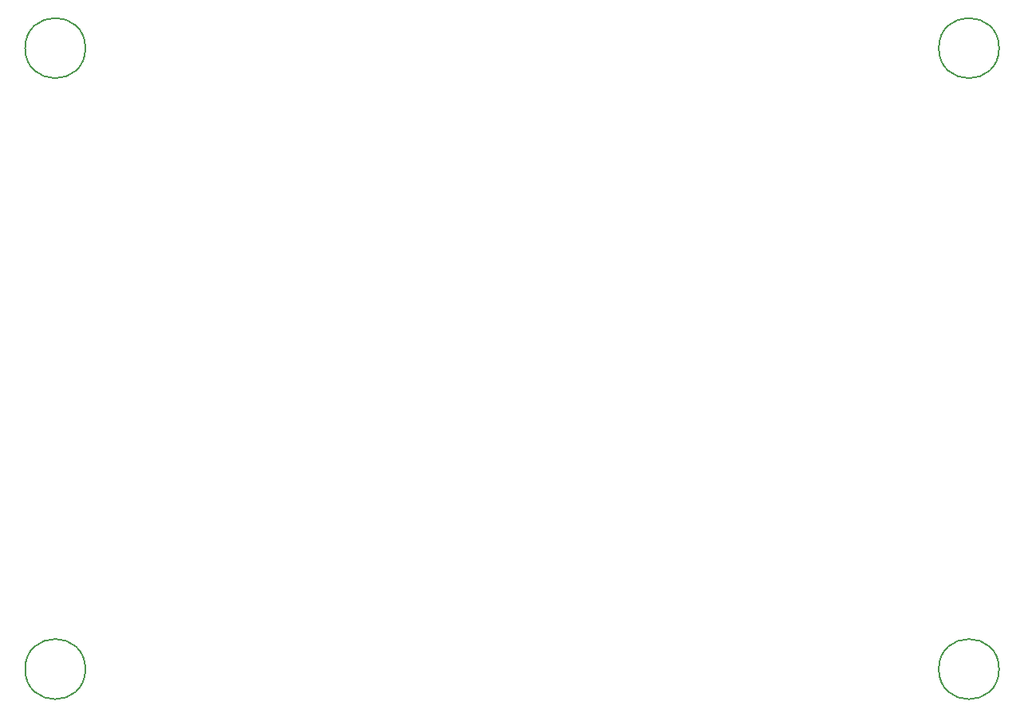
<source format=gbr>
%TF.GenerationSoftware,KiCad,Pcbnew,8.0.2*%
%TF.CreationDate,2024-06-17T23:35:22+07:00*%
%TF.ProjectId,Lamp_Circuit,4c616d70-5f43-4697-9263-7569742e6b69,rev?*%
%TF.SameCoordinates,Original*%
%TF.FileFunction,Other,Comment*%
%FSLAX46Y46*%
G04 Gerber Fmt 4.6, Leading zero omitted, Abs format (unit mm)*
G04 Created by KiCad (PCBNEW 8.0.2) date 2024-06-17 23:35:22*
%MOMM*%
%LPD*%
G01*
G04 APERTURE LIST*
%ADD10C,0.150000*%
G04 APERTURE END LIST*
D10*
%TO.C,H2*%
X204200000Y-54000000D02*
G75*
G02*
X197800000Y-54000000I-3200000J0D01*
G01*
X197800000Y-54000000D02*
G75*
G02*
X204200000Y-54000000I3200000J0D01*
G01*
%TO.C,H3*%
X107200000Y-120000000D02*
G75*
G02*
X100800000Y-120000000I-3200000J0D01*
G01*
X100800000Y-120000000D02*
G75*
G02*
X107200000Y-120000000I3200000J0D01*
G01*
%TO.C,H1*%
X204200000Y-120000000D02*
G75*
G02*
X197800000Y-120000000I-3200000J0D01*
G01*
X197800000Y-120000000D02*
G75*
G02*
X204200000Y-120000000I3200000J0D01*
G01*
%TO.C,H4*%
X107200000Y-54000000D02*
G75*
G02*
X100800000Y-54000000I-3200000J0D01*
G01*
X100800000Y-54000000D02*
G75*
G02*
X107200000Y-54000000I3200000J0D01*
G01*
%TD*%
M02*

</source>
